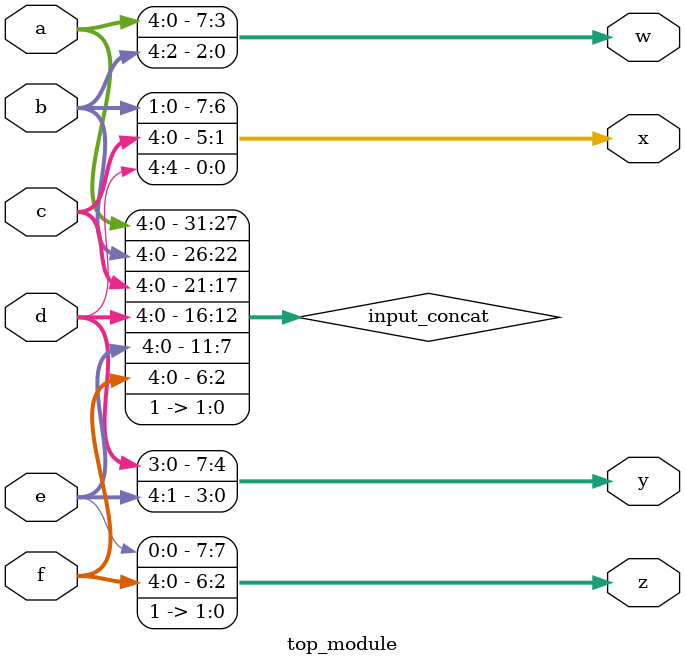
<source format=v>
module top_module (
    input [4:0] a, b, c, d, e, f,
    output [7:0] w, x, y, z );

    wire [31:0] input_concat = { a, b, c, d, e, f, 2'b11 };
    assign w = input_concat[31:24];
    assign x = input_concat[23:16];
    assign y = input_concat[15:8];
    assign z = input_concat[7:0];

endmodule
</source>
